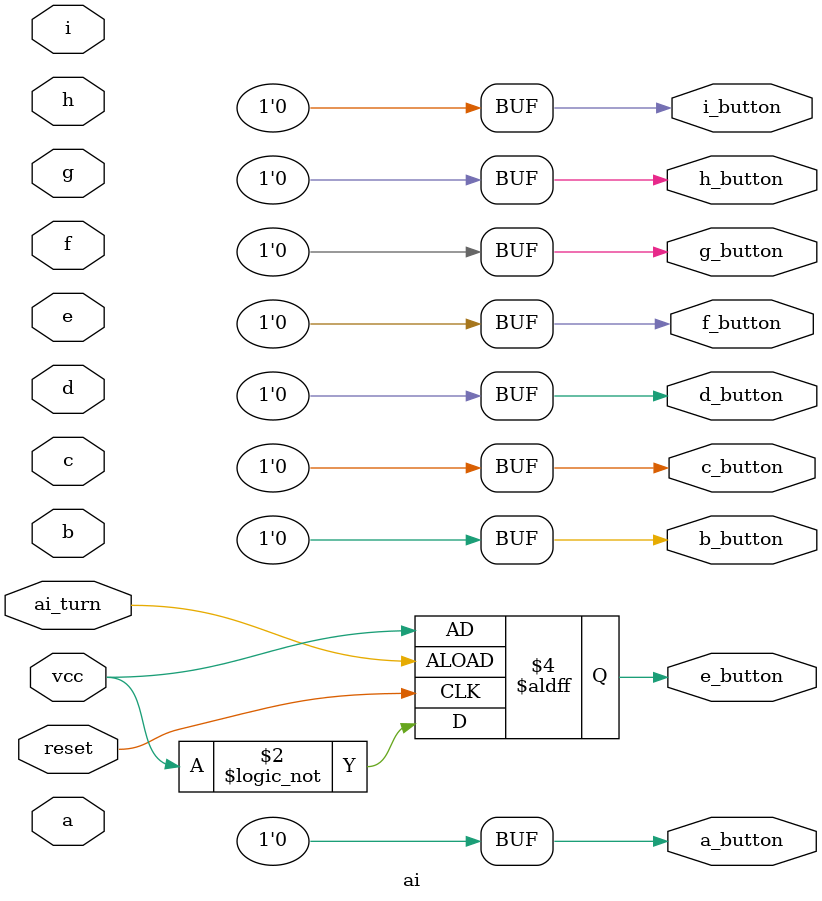
<source format=v>
module ai
	(output reg a_button, b_button, c_button, 
					d_button, e_button, f_button, 
					g_button, h_button, i_button,
	input	a, b, c, d, e, f, g, h, i, ai_turn, reset, vcc);
	
	initial begin
		a_button = 0;
		b_button = 0;
		c_button = 0;
		d_button = 0;
		e_button = 0;
		f_button = 0;
		g_button = 0;
		h_button = 0;
		i_button = 0;
	end

	always @(negedge reset, posedge ai_turn) begin
		if (ai_turn) e_button = vcc;
		else e_button = !vcc;
	end

endmodule


// module ai (
// 	input a_switch_out, b_switch_out, c_switch_out, d_switch_out, e_switch_out, f_switch_out, g_switch_out, h_switch_out, i_switch_out, computerTurn, 
// 	output a_button_pressed, b_button_pressed, c_button_pressed, d_button_pressed, e_button_pressed, f_button_pressed, g_button_pressed, h_button_pressed, i_button_pressed
	
// );

// reg a_button_pressed, b_button_pressed, c_button_pressed, d_button_pressed, e_button_pressed, f_button_pressed, g_button_pressed, h_button_pressed, i_button_pressed;
// always @(posedge computerTurn) 
// begin
// 		if(a_switch_out ==0)
// 		begin
// 		a_button_pressed = 1;
// 		end
// 		else if (b_switch_out == 0)
// 		begin
// 		b_button_pressed = 1;
// 	    end
// 	    else if (c_switch_out == 0)
// 		begin
// 		c_button_pressed = 1;
// 	    end
// 	    else if (d_switch_out == 0)
// 		begin
// 		d_button_pressed = 1;
// 	    end
// 	    else if (e_switch_out == 0)
// 		begin
// 		e_button_pressed = 1;
// 	    end
// 	    else if (f_switch_out == 0)
// 		begin
// 		f_button_pressed = 1;
// 	    end
// 	    else if (g_switch_out == 0)
// 		begin
// 		g_button_pressed = 1;
// 	    end
// 	    else if (h_switch_out == 0)
// 		begin
// 		h_button_pressed = 1;
// 	    end
// 	    else if (i_switch_out == 0)
// 		begin
// 		i_button_pressed = 1;
// 	    end

// end
// // always @(*) begin
// // 		$display(" a_button_pressed = %b, time: %1d", a_button_pressed, $time);
// // 	end

// endmodule

</source>
